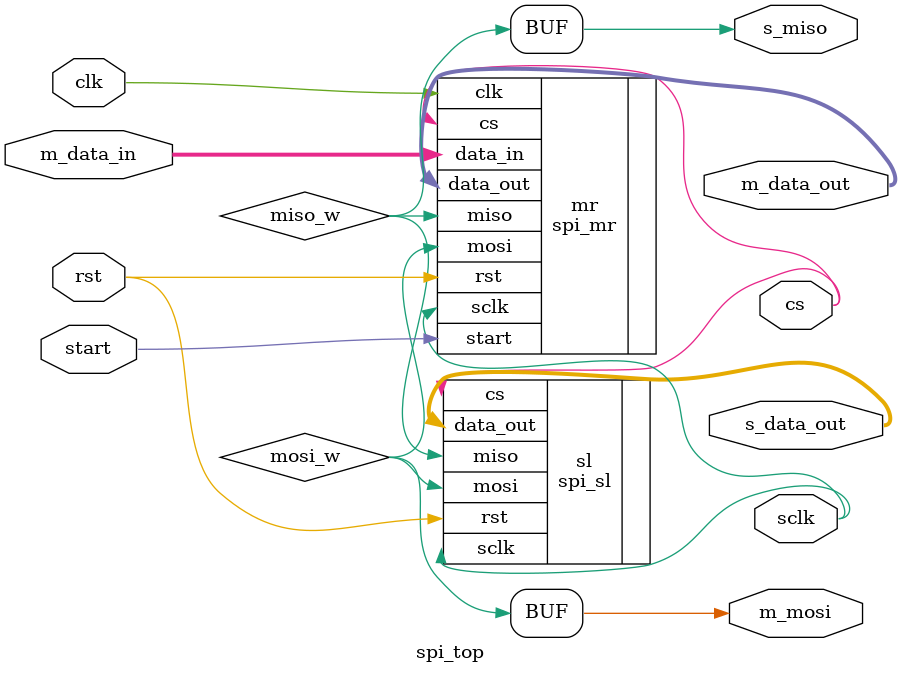
<source format=v>
module spi_top(clk, rst, start, m_data_in, m_mosi, sclk, cs,
               s_miso, m_data_out, s_data_out);
    input clk,rst,start;
    input [7:0]m_data_in;
    output sclk;
    output cs;
    output m_mosi, s_miso;
    output [7:0]m_data_out,s_data_out;
    
    wire miso_w,mosi_w;
      
    spi_mr mr(.clk(clk), .rst(rst), .start(start), .data_in(m_data_in), .miso(miso_w), 
              .mosi(mosi_w), .sclk(sclk), .cs(cs), .data_out(m_data_out));
                   
    spi_sl sl(.rst(rst), .mosi(mosi_w), .miso(miso_w), .sclk(sclk), .cs(cs), .data_out(s_data_out));
    
    assign m_mosi=mosi_w;
    assign s_miso=miso_w;

    
endmodule

</source>
